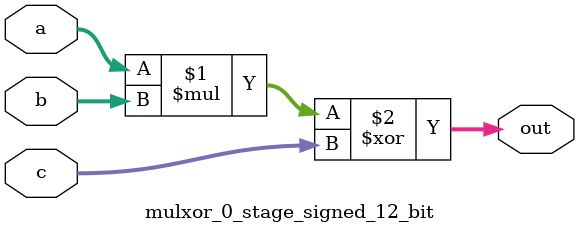
<source format=sv>
(* use_dsp = "yes" *) module mulxor_0_stage_signed_12_bit(
	input signed [11:0] a,
	input signed [11:0] b,
	input signed [11:0] c,
	output [11:0] out
	);

	assign out = (a * b) ^ c;
endmodule

</source>
